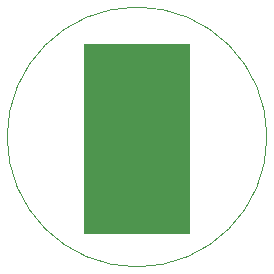
<source format=gm1>
G04*
G04 #@! TF.GenerationSoftware,Altium Limited,Altium Designer,21.2.0 (30)*
G04*
G04 Layer_Color=16711935*
%FSLAX44Y44*%
%MOMM*%
G71*
G04*
G04 #@! TF.SameCoordinates,44CE51AA-34C3-4629-AC8C-4D89846EA20E*
G04*
G04*
G04 #@! TF.FilePolarity,Positive*
G04*
G01*
G75*
%ADD30C,0.1000*%
%ADD31R,9.1000X16.2000*%
D30*
X110000Y0D02*
G03*
X110000Y0I-110000J0D01*
G01*
D31*
X10Y-1910D02*
D03*
M02*

</source>
